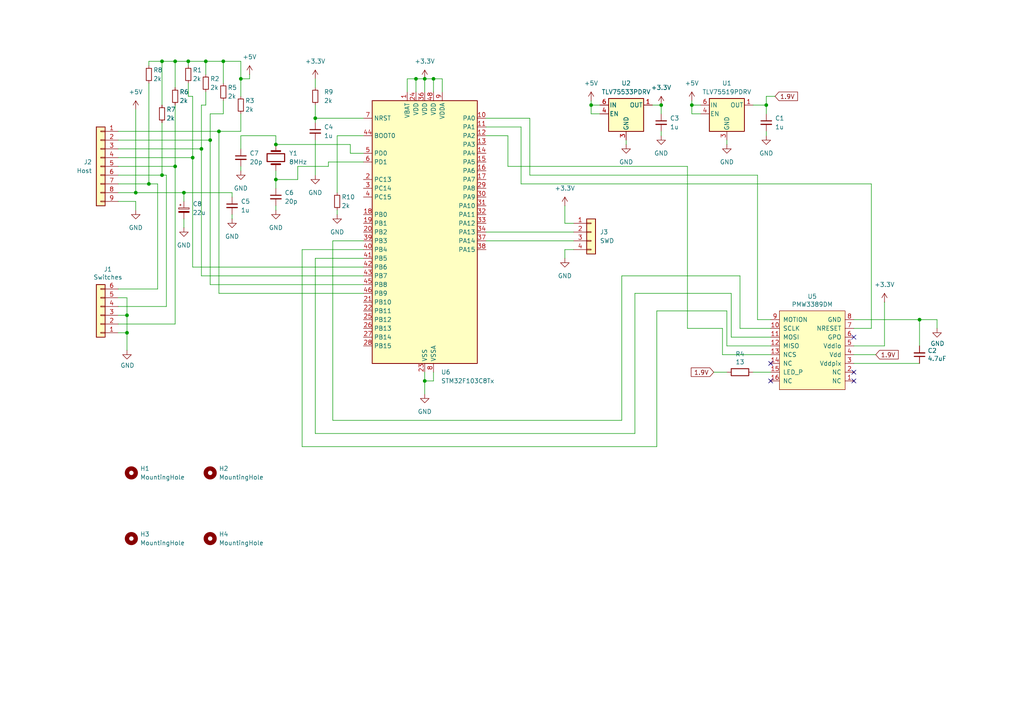
<source format=kicad_sch>
(kicad_sch (version 20231120) (generator "eeschema") (generator_version "8.0")
  (paper "A4")
  (title_block (title "Unix Mouse") (rev "0.2") (comment 1 "MISO/MOSI lines fixed"))
  (lib_symbols
    (symbol "Connector_Generic:Conn_01x04" (pin_names (offset 1.016) hide)
      (property "Reference" "J" (at 0 5.08 0))
      (property "Value" "Conn_01x04" (at 0 -7.62 0))
      (symbol "Conn_01x04_1_1"
        (rectangle (start -1.27 -4.953) (end 0 -5.207) (stroke (width 0.1524)))
        (rectangle (start -1.27 -2.413) (end 0 -2.667) (stroke (width 0.1524)))
        (rectangle (start -1.27 0.127) (end 0 -0.127) (stroke (width 0.1524)))
        (rectangle (start -1.27 2.667) (end 0 2.413) (stroke (width 0.1524)))
        (rectangle (start -1.27 3.81) (end 1.27 -6.35) (stroke (width 0.254)) (fill (type background)))
        (pin passive line (at -5.08 2.54 0) (length 3.81) (name "Pin_1") (number "1"))
        (pin passive line (at -5.08 0 0) (length 3.81) (name "Pin_2") (number "2"))
        (pin passive line (at -5.08 -2.54 0) (length 3.81) (name "Pin_3") (number "3"))
        (pin passive line (at -5.08 -5.08 0) (length 3.81) (name "Pin_4") (number "4"))
      )
    )
    (symbol "Connector_Generic:Conn_01x06" (pin_names (offset 1.016) hide)
      (property "Reference" "J" (at 0 7.62 0))
      (property "Value" "Conn_01x06" (at 0 -10.16 0))
      (symbol "Conn_01x06_1_1"
        (rectangle (start -1.27 -7.493) (end 0 -7.747) (stroke (width 0.1524)))
        (rectangle (start -1.27 -4.953) (end 0 -5.207) (stroke (width 0.1524)))
        (rectangle (start -1.27 -2.413) (end 0 -2.667) (stroke (width 0.1524)))
        (rectangle (start -1.27 0.127) (end 0 -0.127) (stroke (width 0.1524)))
        (rectangle (start -1.27 2.667) (end 0 2.413) (stroke (width 0.1524)))
        (rectangle (start -1.27 5.207) (end 0 4.953) (stroke (width 0.1524)))
        (rectangle (start -1.27 6.35) (end 1.27 -8.89) (stroke (width 0.254)) (fill (type background)))
        (pin passive line (at -5.08 5.08 0) (length 3.81) (name "Pin_1") (number "1"))
        (pin passive line (at -5.08 2.54 0) (length 3.81) (name "Pin_2") (number "2"))
        (pin passive line (at -5.08 0 0) (length 3.81) (name "Pin_3") (number "3"))
        (pin passive line (at -5.08 -2.54 0) (length 3.81) (name "Pin_4") (number "4"))
        (pin passive line (at -5.08 -5.08 0) (length 3.81) (name "Pin_5") (number "5"))
        (pin passive line (at -5.08 -7.62 0) (length 3.81) (name "Pin_6") (number "6"))
      )
    )
    (symbol "Connector_Generic:Conn_01x09" (pin_names (offset 1.016) hide)
      (property "Reference" "J" (at 0 12.7 0))
      (property "Value" "Conn_01x09" (at 0 -12.7 0))
      (symbol "Conn_01x09_1_1"
        (rectangle (start -1.27 -10.033) (end 0 -10.287) (stroke (width 0.1524)))
        (rectangle (start -1.27 -7.493) (end 0 -7.747) (stroke (width 0.1524)))
        (rectangle (start -1.27 -4.953) (end 0 -5.207) (stroke (width 0.1524)))
        (rectangle (start -1.27 -2.413) (end 0 -2.667) (stroke (width 0.1524)))
        (rectangle (start -1.27 0.127) (end 0 -0.127) (stroke (width 0.1524)))
        (rectangle (start -1.27 2.667) (end 0 2.413) (stroke (width 0.1524)))
        (rectangle (start -1.27 5.207) (end 0 4.953) (stroke (width 0.1524)))
        (rectangle (start -1.27 7.747) (end 0 7.493) (stroke (width 0.1524)))
        (rectangle (start -1.27 10.287) (end 0 10.033) (stroke (width 0.1524)))
        (rectangle (start -1.27 11.43) (end 1.27 -11.43) (stroke (width 0.254)) (fill (type background)))
        (pin passive line (at -5.08 10.16 0) (length 3.81) (name "Pin_1") (number "1"))
        (pin passive line (at -5.08 7.62 0) (length 3.81) (name "Pin_2") (number "2"))
        (pin passive line (at -5.08 5.08 0) (length 3.81) (name "Pin_3") (number "3"))
        (pin passive line (at -5.08 2.54 0) (length 3.81) (name "Pin_4") (number "4"))
        (pin passive line (at -5.08 0 0) (length 3.81) (name "Pin_5") (number "5"))
        (pin passive line (at -5.08 -2.54 0) (length 3.81) (name "Pin_6") (number "6"))
        (pin passive line (at -5.08 -5.08 0) (length 3.81) (name "Pin_7") (number "7"))
        (pin passive line (at -5.08 -7.62 0) (length 3.81) (name "Pin_8") (number "8"))
        (pin passive line (at -5.08 -10.16 0) (length 3.81) (name "Pin_9") (number "9"))
      )
    )
    (symbol "Custom_Symbol_Library:PMW3389DM" (pin_names (offset 1.016))
      (property "Reference" "U" (at -5.08 0 0))
      (property "Value" "PMW3389DM" (at -1.27 -2.54 0))
      (symbol "PMW3389DM_0_1"
        (rectangle (start -7.62 -3.81) (end 11.43 -26.67) (fill (type background)))
      )
      (symbol "PMW3389DM_1_1"
        (pin no_connect line (at -10.16 -6.35 0) (length 2.54) (name "NC") (number "1"))
        (pin input line (at 13.97 -21.59 180) (length 2.54) (name "SCLK") (number "10"))
        (pin input line (at 13.97 -19.05 180) (length 2.54) (name "MOSI") (number "11"))
        (pin output line (at 13.97 -16.51 180) (length 2.54) (name "MISO") (number "12"))
        (pin input line (at 13.97 -13.97 180) (length 2.54) (name "NCS") (number "13"))
        (pin no_connect line (at 13.97 -11.43 180) (length 2.54) (name "NC") (number "14"))
        (pin input line (at 13.97 -8.89 180) (length 2.54) (name "LED_P") (number "15"))
        (pin no_connect line (at 13.97 -6.35 180) (length 2.54) (name "NC") (number "16"))
        (pin no_connect line (at -10.16 -8.89 0) (length 2.54) (name "NC") (number "2"))
        (pin power_in line (at -10.16 -11.43 0) (length 2.54) (name "Vddpix") (number "3"))
        (pin power_in line (at -10.16 -13.97 0) (length 2.54) (name "Vdd") (number "4"))
        (pin power_in line (at -10.16 -16.51 0) (length 2.54) (name "Vddio") (number "5"))
        (pin output line (at -10.16 -19.05 0) (length 2.54) (name "GPO") (number "6"))
        (pin input line (at -10.16 -21.59 0) (length 2.54) (name "NRESET") (number "7"))
        (pin input line (at -10.16 -24.13 0) (length 2.54) (name "GND") (number "8"))
        (pin output line (at 13.97 -24.13 180) (length 2.54) (name "MOTION") (number "9"))
      )
    )
    (symbol "Device:C_Polarized_Small" (pin_numbers hide) (pin_names (offset 0.254) hide)
      (property "Reference" "C" (at 0.254 1.778 0))
      (property "Value" "C_Polarized_Small" (at 0.254 -2.032 0))
      (symbol "C_Polarized_Small_0_1"
        (rectangle (start -1.524 -0.3048) (end 1.524 -0.6858) (fill (type outline)))
        (rectangle (start -1.524 0.6858) (end 1.524 0.3048))
        (polyline (pts (xy -1.27 1.524) (xy -0.762 1.524)))
        (polyline (pts (xy -1.016 1.27) (xy -1.016 1.778)))
      )
      (symbol "C_Polarized_Small_1_1"
        (pin passive line (at 0 2.54 270) (length 1.8542) (name "~") (number "1"))
        (pin passive line (at 0 -2.54 90) (length 1.8542) (name "~") (number "2"))
      )
    )
    (symbol "Device:C_Small" (pin_numbers hide) (pin_names (offset 0.254) hide)
      (property "Reference" "C" (at 0.254 1.778 0))
      (property "Value" "C_Small" (at 0.254 -2.032 0))
      (symbol "C_Small_0_1"
        (polyline (pts (xy -1.524 -0.508) (xy 1.524 -0.508)) (stroke (width 0.3302)))
        (polyline (pts (xy -1.524 0.508) (xy 1.524 0.508)) (stroke (width 0.3048)))
      )
      (symbol "C_Small_1_1"
        (pin passive line (at 0 2.54 270) (length 2.032) (name "~") (number "1"))
        (pin passive line (at 0 -2.54 90) (length 2.032) (name "~") (number "2"))
      )
    )
    (symbol "Device:Crystal" (pin_numbers hide) (pin_names (offset 1.016) hide)
      (property "Reference" "Y" (at 0 3.81 0))
      (property "Value" "Crystal" (at 0 -3.81 0))
      (symbol "Crystal_0_1"
        (rectangle (start -1.143 2.54) (end 1.143 -2.54) (stroke (width 0.3048)))
        (polyline (pts (xy -2.54 0) (xy -1.905 0)))
        (polyline (pts (xy -1.905 -1.27) (xy -1.905 1.27)) (stroke (width 0.508)))
        (polyline (pts (xy 1.905 -1.27) (xy 1.905 1.27)) (stroke (width 0.508)))
        (polyline (pts (xy 2.54 0) (xy 1.905 0)))
      )
      (symbol "Crystal_1_1"
        (pin passive line (at -3.81 0 0) (length 1.27) (name "1") (number "1"))
        (pin passive line (at 3.81 0 180) (length 1.27) (name "2") (number "2"))
      )
    )
    (symbol "Device:R" (pin_numbers hide) (pin_names (offset 0))
      (property "Reference" "R" (at 2.032 0 90))
      (property "Value" "R" (at 0 0 90))
      (symbol "R_0_1"
        (rectangle (start -1.016 -2.54) (end 1.016 2.54) (stroke (width 0.254)))
      )
      (symbol "R_1_1"
        (pin passive line (at 0 3.81 270) (length 1.27) (name "~") (number "1"))
        (pin passive line (at 0 -3.81 90) (length 1.27) (name "~") (number "2"))
      )
    )
    (symbol "Device:R_Small" (pin_numbers hide) (pin_names (offset 0.254) hide)
      (property "Reference" "R" (at 0.762 0.508 0))
      (property "Value" "R_Small" (at 0.762 -1.016 0))
      (symbol "R_Small_0_1"
        (rectangle (start -0.762 1.778) (end 0.762 -1.778) (stroke (width 0.2032)))
      )
      (symbol "R_Small_1_1"
        (pin passive line (at 0 2.54 270) (length 0.762) (name "~") (number "1"))
        (pin passive line (at 0 -2.54 90) (length 0.762) (name "~") (number "2"))
      )
    )
    (symbol "MCU_ST_STM32F1:STM32F103C8Tx"
      (property "Reference" "U" (at -15.24 39.37 0))
      (property "Value" "STM32F103C8Tx" (at 7.62 39.37 0))
      (symbol "STM32F103C8Tx_0_1"
        (rectangle (start -15.24 -38.1) (end 15.24 38.1) (stroke (width 0.254)) (fill (type background)))
      )
      (symbol "STM32F103C8Tx_1_1"
        (pin power_in line (at -5.08 40.64 270) (length 2.54) (name "VBAT") (number "1"))
        (pin bidirectional line (at 17.78 33.02 180) (length 2.54) (name "PA0") (number "10"))
        (pin bidirectional line (at 17.78 30.48 180) (length 2.54) (name "PA1") (number "11"))
        (pin bidirectional line (at 17.78 27.94 180) (length 2.54) (name "PA2") (number "12"))
        (pin bidirectional line (at 17.78 25.4 180) (length 2.54) (name "PA3") (number "13"))
        (pin bidirectional line (at 17.78 22.86 180) (length 2.54) (name "PA4") (number "14"))
        (pin bidirectional line (at 17.78 20.32 180) (length 2.54) (name "PA5") (number "15"))
        (pin bidirectional line (at 17.78 17.78 180) (length 2.54) (name "PA6") (number "16"))
        (pin bidirectional line (at 17.78 15.24 180) (length 2.54) (name "PA7") (number "17"))
        (pin bidirectional line (at -17.78 5.08 0) (length 2.54) (name "PB0") (number "18"))
        (pin bidirectional line (at -17.78 2.54 0) (length 2.54) (name "PB1") (number "19"))
        (pin bidirectional line (at -17.78 15.24 0) (length 2.54) (name "PC13") (number "2"))
        (pin bidirectional line (at -17.78 0 0) (length 2.54) (name "PB2") (number "20"))
        (pin bidirectional line (at -17.78 -20.32 0) (length 2.54) (name "PB10") (number "21"))
        (pin bidirectional line (at -17.78 -22.86 0) (length 2.54) (name "PB11") (number "22"))
        (pin power_in line (at 0 -40.64 90) (length 2.54) (name "VSS") (number "23"))
        (pin power_in line (at -2.54 40.64 270) (length 2.54) (name "VDD") (number "24"))
        (pin bidirectional line (at -17.78 -25.4 0) (length 2.54) (name "PB12") (number "25"))
        (pin bidirectional line (at -17.78 -27.94 0) (length 2.54) (name "PB13") (number "26"))
        (pin bidirectional line (at -17.78 -30.48 0) (length 2.54) (name "PB14") (number "27"))
        (pin bidirectional line (at -17.78 -33.02 0) (length 2.54) (name "PB15") (number "28"))
        (pin bidirectional line (at 17.78 12.7 180) (length 2.54) (name "PA8") (number "29"))
        (pin bidirectional line (at -17.78 12.7 0) (length 2.54) (name "PC14") (number "3"))
        (pin bidirectional line (at 17.78 10.16 180) (length 2.54) (name "PA9") (number "30"))
        (pin bidirectional line (at 17.78 7.62 180) (length 2.54) (name "PA10") (number "31"))
        (pin bidirectional line (at 17.78 5.08 180) (length 2.54) (name "PA11") (number "32"))
        (pin bidirectional line (at 17.78 2.54 180) (length 2.54) (name "PA12") (number "33"))
        (pin bidirectional line (at 17.78 0 180) (length 2.54) (name "PA13") (number "34"))
        (pin passive line (at 0 -40.64 90) (length 2.54) hide (name "VSS") (number "35"))
        (pin power_in line (at 0 40.64 270) (length 2.54) (name "VDD") (number "36"))
        (pin bidirectional line (at 17.78 -2.54 180) (length 2.54) (name "PA14") (number "37"))
        (pin bidirectional line (at 17.78 -5.08 180) (length 2.54) (name "PA15") (number "38"))
        (pin bidirectional line (at -17.78 -2.54 0) (length 2.54) (name "PB3") (number "39"))
        (pin bidirectional line (at -17.78 10.16 0) (length 2.54) (name "PC15") (number "4"))
        (pin bidirectional line (at -17.78 -5.08 0) (length 2.54) (name "PB4") (number "40"))
        (pin bidirectional line (at -17.78 -7.62 0) (length 2.54) (name "PB5") (number "41"))
        (pin bidirectional line (at -17.78 -10.16 0) (length 2.54) (name "PB6") (number "42"))
        (pin bidirectional line (at -17.78 -12.7 0) (length 2.54) (name "PB7") (number "43"))
        (pin input line (at -17.78 27.94 0) (length 2.54) (name "BOOT0") (number "44"))
        (pin bidirectional line (at -17.78 -15.24 0) (length 2.54) (name "PB8") (number "45"))
        (pin bidirectional line (at -17.78 -17.78 0) (length 2.54) (name "PB9") (number "46"))
        (pin passive line (at 0 -40.64 90) (length 2.54) hide (name "VSS") (number "47"))
        (pin power_in line (at 2.54 40.64 270) (length 2.54) (name "VDD") (number "48"))
        (pin bidirectional line (at -17.78 22.86 0) (length 2.54) (name "PD0") (number "5"))
        (pin bidirectional line (at -17.78 20.32 0) (length 2.54) (name "PD1") (number "6"))
        (pin input line (at -17.78 33.02 0) (length 2.54) (name "NRST") (number "7"))
        (pin power_in line (at 2.54 -40.64 90) (length 2.54) (name "VSSA") (number "8"))
        (pin power_in line (at 5.08 40.64 270) (length 2.54) (name "VDDA") (number "9"))
      )
    )
    (symbol "Mechanical:MountingHole" (pin_names (offset 1.016)) (exclude_from_sim yes) (in_bom no)
      (property "Reference" "H" (at 0 5.08 0))
      (property "Value" "MountingHole" (at 0 3.175 0))
      (symbol "MountingHole_0_1"
        (circle (center 0 0) (radius 1.27) (stroke (width 1.27)))
      )
    )
    (symbol "Regulator_Linear:TLV75519PDRV" (pin_names (offset 0.254))
      (property "Reference" "U" (at -3.81 5.715 0))
      (property "Value" "TLV75519PDRV" (at 0 5.715 0))
      (symbol "TLV75519PDRV_0_1"
        (rectangle (start -5.08 4.445) (end 5.08 -5.08) (stroke (width 0.254)) (fill (type background)))
      )
      (symbol "TLV75519PDRV_1_1"
        (pin power_out line (at 7.62 2.54 180) (length 2.54) (name "OUT") (number "1"))
        (pin no_connect line (at 5.08 0 180) (length 2.54) hide (name "NC") (number "2"))
        (pin power_in line (at 0 -7.62 90) (length 2.54) (name "GND") (number "3"))
        (pin input line (at -7.62 0 0) (length 2.54) (name "EN") (number "4"))
        (pin no_connect line (at 5.08 -2.54 180) (length 2.54) hide (name "NC") (number "5"))
        (pin power_in line (at -7.62 2.54 0) (length 2.54) (name "IN") (number "6"))
        (pin passive line (at 0 -7.62 90) (length 2.54) hide (name "GND") (number "7"))
      )
    )
    (symbol "Regulator_Linear:TLV75533PDRV" (pin_names (offset 0.254))
      (property "Reference" "U" (at -3.81 5.715 0))
      (property "Value" "TLV75533PDRV" (at 0 5.715 0))
      (symbol "TLV75533PDRV_0_1"
        (rectangle (start -5.08 4.445) (end 5.08 -5.08) (stroke (width 0.254)) (fill (type background)))
      )
      (symbol "TLV75533PDRV_1_1"
        (pin power_out line (at 7.62 2.54 180) (length 2.54) (name "OUT") (number "1"))
        (pin no_connect line (at 5.08 0 180) (length 2.54) hide (name "NC") (number "2"))
        (pin power_in line (at 0 -7.62 90) (length 2.54) (name "GND") (number "3"))
        (pin input line (at -7.62 0 0) (length 2.54) (name "EN") (number "4"))
        (pin no_connect line (at 5.08 -2.54 180) (length 2.54) hide (name "NC") (number "5"))
        (pin power_in line (at -7.62 2.54 0) (length 2.54) (name "IN") (number "6"))
        (pin passive line (at 0 -7.62 90) (length 2.54) hide (name "GND") (number "7"))
      )
    )
    (symbol "depraz_board-rescue:GND-power" (power) (pin_names (offset 0))
      (property "Value" "power_GND" (at 0 -3.81 0))
      (symbol "GND-power_0_1"
        (polyline (pts (xy 0 0) (xy 0 -1.27) (xy 1.27 -1.27) (xy 0 -2.54) (xy -1.27 -1.27) (xy 0 -1.27)))
      )
      (symbol "GND-power_1_1"
        (pin power_in line (at 0 0 270) (length 0) hide (name "GND") (number "1"))
      )
    )
    (symbol "power:+3.3V" (power) (pin_numbers hide) (pin_names (offset 0) hide)
      (property "Value" "+3.3V" (at 0 3.556 0))
      (symbol "+3.3V_0_1"
        (polyline (pts (xy -0.762 1.27) (xy 0 2.54)))
        (polyline (pts (xy 0 0) (xy 0 2.54)))
        (polyline (pts (xy 0 2.54) (xy 0.762 1.27)))
      )
      (symbol "+3.3V_1_1"
        (pin power_in line (at 0 0 90) (length 0) (name "~") (number "1"))
      )
    )
    (symbol "power:+5V" (power) (pin_numbers hide) (pin_names (offset 0) hide)
      (property "Value" "+5V" (at 0 3.556 0))
      (symbol "+5V_0_1"
        (polyline (pts (xy -0.762 1.27) (xy 0 2.54)))
        (polyline (pts (xy 0 0) (xy 0 2.54)))
        (polyline (pts (xy 0 2.54) (xy 0.762 1.27)))
      )
      (symbol "+5V_1_1"
        (pin power_in line (at 0 0 90) (length 0) (name "~") (number "1"))
      )
    )
    (symbol "power:GND" (power) (pin_numbers hide) (pin_names (offset 0) hide)
      (property "Value" "GND" (at 0 -3.81 0))
      (symbol "GND_0_1"
        (polyline (pts (xy 0 0) (xy 0 -1.27) (xy 1.27 -1.27) (xy 0 -2.54) (xy -1.27 -1.27) (xy 0 -1.27)))
      )
      (symbol "GND_1_1"
        (pin power_in line (at 0 0 270) (length 0) (name "~") (number "1"))
      )
    )
  )
  (junction (at 200.66 30.48))
  (junction (at 123.19 110.49))
  (junction (at 54.61 17.78))
  (junction (at 46.99 50.8))
  (junction (at 91.44 34.29))
  (junction (at 60.96 40.64))
  (junction (at 80.01 52.07))
  (junction (at 36.83 96.52))
  (junction (at 80.01 41.91))
  (junction (at 53.34 55.88))
  (junction (at 222.25 30.48))
  (junction (at 39.37 55.88))
  (junction (at 43.18 53.34))
  (junction (at 46.99 17.78))
  (junction (at 50.8 17.78))
  (junction (at 64.77 17.78))
  (junction (at 58.42 43.18))
  (junction (at 63.5 38.1))
  (junction (at 69.85 22.86))
  (junction (at 55.88 45.72))
  (junction (at 36.83 91.44))
  (junction (at 171.45 30.48))
  (junction (at 120.65 22.86))
  (junction (at 123.19 22.86))
  (junction (at 191.77 30.48))
  (junction (at 50.8 48.26))
  (junction (at 59.69 17.78))
  (junction (at 266.7 92.71))
  (junction (at 125.73 22.86))
  (no_connect (at 247.65 107.95))
  (no_connect (at 223.52 105.41))
  (no_connect (at 223.52 110.49))
  (no_connect (at 247.65 110.49))
  (no_connect (at 247.65 97.79))
  (wire (pts (xy 166.37 64.77) (xy 163.83 64.77)))
  (wire (pts (xy 67.31 62.23) (xy 67.31 63.5)))
  (wire (pts (xy 46.99 17.78) (xy 50.8 17.78)))
  (wire (pts (xy 163.83 74.93) (xy 163.83 72.39)))
  (wire (pts (xy 180.34 80.01) (xy 214.63 80.01)))
  (wire (pts (xy 63.5 38.1) (xy 69.85 38.1)))
  (wire (pts (xy 91.44 40.64) (xy 91.44 50.8)))
  (wire (pts (xy 34.29 86.36) (xy 36.83 86.36)))
  (wire (pts (xy 123.19 110.49) (xy 123.19 114.3)))
  (wire (pts (xy 63.5 38.1) (xy 34.29 38.1)))
  (wire (pts (xy 55.88 45.72) (xy 34.29 45.72)))
  (wire (pts (xy 87.63 72.39) (xy 87.63 129.54)))
  (wire (pts (xy 36.83 96.52) (xy 34.29 96.52)))
  (wire (pts (xy 80.01 52.07) (xy 80.01 54.61)))
  (wire (pts (xy 123.19 22.86) (xy 123.19 26.67)))
  (wire (pts (xy 147.32 39.37) (xy 140.97 39.37)))
  (wire (pts (xy 123.19 22.86) (xy 125.73 22.86)))
  (wire (pts (xy 59.69 30.48) (xy 59.69 26.67)))
  (wire (pts (xy 252.73 95.25) (xy 247.65 95.25)))
  (wire (pts (xy 97.79 60.96) (xy 97.79 62.23)))
  (wire (pts (xy 105.41 69.85) (xy 96.52 69.85)))
  (wire (pts (xy 34.29 58.42) (xy 39.37 58.42)))
  (wire (pts (xy 55.88 77.47) (xy 55.88 45.72)))
  (wire (pts (xy 207.01 107.95) (xy 210.82 107.95)))
  (wire (pts (xy 123.19 107.95) (xy 123.19 110.49)))
  (wire (pts (xy 69.85 48.26) (xy 69.85 49.53)))
  (wire (pts (xy 69.85 38.1) (xy 69.85 33.02)))
  (wire (pts (xy 222.25 30.48) (xy 222.25 27.94)))
  (wire (pts (xy 46.99 50.8) (xy 34.29 50.8)))
  (wire (pts (xy 86.36 48.26) (xy 95.25 48.26)))
  (wire (pts (xy 118.11 26.67) (xy 118.11 22.86)))
  (wire (pts (xy 223.52 107.95) (xy 218.44 107.95)))
  (wire (pts (xy 95.25 46.99) (xy 105.41 46.99)))
  (wire (pts (xy 36.83 91.44) (xy 34.29 91.44)))
  (wire (pts (xy 58.42 30.48) (xy 59.69 30.48)))
  (wire (pts (xy 80.01 39.37) (xy 80.01 41.91)))
  (wire (pts (xy 209.55 102.87) (xy 223.52 102.87)))
  (wire (pts (xy 72.39 22.86) (xy 72.39 21.59)))
  (wire (pts (xy 69.85 22.86) (xy 72.39 22.86)))
  (wire (pts (xy 200.66 33.02) (xy 200.66 30.48)))
  (wire (pts (xy 50.8 48.26) (xy 50.8 93.98)))
  (wire (pts (xy 125.73 22.86) (xy 128.27 22.86)))
  (wire (pts (xy 247.65 100.33) (xy 256.54 100.33)))
  (wire (pts (xy 53.34 55.88) (xy 39.37 55.88)))
  (wire (pts (xy 34.29 88.9) (xy 48.26 88.9)))
  (wire (pts (xy 58.42 43.18) (xy 34.29 43.18)))
  (wire (pts (xy 189.23 30.48) (xy 191.77 30.48)))
  (wire (pts (xy 200.66 30.48) (xy 203.2 30.48)))
  (wire (pts (xy 64.77 33.02) (xy 64.77 29.21)))
  (wire (pts (xy 147.32 48.26) (xy 147.32 39.37)))
  (wire (pts (xy 46.99 17.78) (xy 43.18 17.78)))
  (wire (pts (xy 54.61 17.78) (xy 59.69 17.78)))
  (wire (pts (xy 39.37 55.88) (xy 39.37 31.75)))
  (wire (pts (xy 120.65 22.86) (xy 123.19 22.86)))
  (wire (pts (xy 45.72 53.34) (xy 43.18 53.34)))
  (wire (pts (xy 96.52 69.85) (xy 96.52 121.92)))
  (wire (pts (xy 128.27 22.86) (xy 128.27 26.67)))
  (wire (pts (xy 151.13 36.83) (xy 140.97 36.83)))
  (wire (pts (xy 48.26 50.8) (xy 48.26 88.9)))
  (wire (pts (xy 199.39 95.25) (xy 209.55 95.25)))
  (wire (pts (xy 36.83 101.6) (xy 36.83 96.52)))
  (wire (pts (xy 50.8 17.78) (xy 50.8 25.4)))
  (wire (pts (xy 252.73 53.34) (xy 252.73 95.25)))
  (wire (pts (xy 69.85 39.37) (xy 80.01 39.37)))
  (wire (pts (xy 59.69 17.78) (xy 59.69 21.59)))
  (wire (pts (xy 60.96 82.55) (xy 60.96 40.64)))
  (wire (pts (xy 43.18 24.13) (xy 43.18 53.34)))
  (wire (pts (xy 36.83 86.36) (xy 36.83 91.44)))
  (wire (pts (xy 123.19 110.49) (xy 125.73 110.49)))
  (wire (pts (xy 63.5 85.09) (xy 63.5 38.1)))
  (wire (pts (xy 203.2 33.02) (xy 200.66 33.02)))
  (wire (pts (xy 58.42 43.18) (xy 58.42 30.48)))
  (wire (pts (xy 60.96 40.64) (xy 34.29 40.64)))
  (wire (pts (xy 80.01 41.91) (xy 101.6 41.91)))
  (wire (pts (xy 191.77 38.1) (xy 191.77 39.37)))
  (wire (pts (xy 171.45 33.02) (xy 171.45 30.48)))
  (wire (pts (xy 91.44 34.29) (xy 91.44 35.56)))
  (wire (pts (xy 210.82 100.33) (xy 223.52 100.33)))
  (wire (pts (xy 91.44 74.93) (xy 105.41 74.93)))
  (wire (pts (xy 209.55 95.25) (xy 209.55 102.87)))
  (wire (pts (xy 190.5 129.54) (xy 190.5 90.17)))
  (wire (pts (xy 101.6 41.91) (xy 101.6 44.45)))
  (wire (pts (xy 153.67 34.29) (xy 140.97 34.29)))
  (wire (pts (xy 163.83 64.77) (xy 163.83 59.69)))
  (wire (pts (xy 67.31 57.15) (xy 67.31 55.88)))
  (wire (pts (xy 105.41 77.47) (xy 55.88 77.47)))
  (wire (pts (xy 101.6 44.45) (xy 105.41 44.45)))
  (wire (pts (xy 69.85 22.86) (xy 69.85 27.94)))
  (wire (pts (xy 91.44 30.48) (xy 91.44 34.29)))
  (wire (pts (xy 80.01 52.07) (xy 86.36 52.07)))
  (wire (pts (xy 212.09 97.79) (xy 223.52 97.79)))
  (wire (pts (xy 266.7 105.41) (xy 247.65 105.41)))
  (wire (pts (xy 125.73 110.49) (xy 125.73 107.95)))
  (wire (pts (xy 184.15 85.09) (xy 184.15 125.73)))
  (wire (pts (xy 223.52 92.71) (xy 219.71 92.71)))
  (wire (pts (xy 53.34 63.5) (xy 53.34 66.04)))
  (wire (pts (xy 48.26 50.8) (xy 46.99 50.8)))
  (wire (pts (xy 105.41 85.09) (xy 63.5 85.09)))
  (wire (pts (xy 271.78 92.71) (xy 266.7 92.71)))
  (wire (pts (xy 163.83 72.39) (xy 166.37 72.39)))
  (wire (pts (xy 200.66 29.21) (xy 200.66 30.48)))
  (wire (pts (xy 91.44 125.73) (xy 91.44 74.93)))
  (wire (pts (xy 64.77 17.78) (xy 64.77 24.13)))
  (wire (pts (xy 64.77 17.78) (xy 69.85 17.78)))
  (wire (pts (xy 69.85 17.78) (xy 69.85 22.86)))
  (wire (pts (xy 97.79 39.37) (xy 105.41 39.37)))
  (wire (pts (xy 151.13 53.34) (xy 252.73 53.34)))
  (wire (pts (xy 212.09 97.79) (xy 212.09 85.09)))
  (wire (pts (xy 247.65 102.87) (xy 254 102.87)))
  (wire (pts (xy 218.44 30.48) (xy 222.25 30.48)))
  (wire (pts (xy 247.65 92.71) (xy 266.7 92.71)))
  (wire (pts (xy 45.72 53.34) (xy 45.72 83.82)))
  (wire (pts (xy 54.61 17.78) (xy 54.61 19.05)))
  (wire (pts (xy 43.18 53.34) (xy 34.29 53.34)))
  (wire (pts (xy 210.82 40.64) (xy 210.82 41.91)))
  (wire (pts (xy 39.37 58.42) (xy 39.37 60.96)))
  (wire (pts (xy 36.83 91.44) (xy 36.83 96.52)))
  (wire (pts (xy 60.96 40.64) (xy 60.96 33.02)))
  (wire (pts (xy 43.18 17.78) (xy 43.18 19.05)))
  (wire (pts (xy 222.25 30.48) (xy 222.25 33.02)))
  (wire (pts (xy 50.8 48.26) (xy 34.29 48.26)))
  (wire (pts (xy 190.5 90.17) (xy 210.82 90.17)))
  (wire (pts (xy 191.77 30.48) (xy 191.77 33.02)))
  (wire (pts (xy 153.67 50.8) (xy 153.67 34.29)))
  (wire (pts (xy 118.11 22.86) (xy 120.65 22.86)))
  (wire (pts (xy 97.79 55.88) (xy 97.79 39.37)))
  (wire (pts (xy 181.61 40.64) (xy 181.61 41.91)))
  (wire (pts (xy 87.63 129.54) (xy 190.5 129.54)))
  (wire (pts (xy 91.44 22.86) (xy 91.44 25.4)))
  (wire (pts (xy 54.61 27.94) (xy 54.61 24.13)))
  (wire (pts (xy 140.97 69.85) (xy 166.37 69.85)))
  (wire (pts (xy 55.88 27.94) (xy 54.61 27.94)))
  (wire (pts (xy 46.99 30.48) (xy 46.99 17.78)))
  (wire (pts (xy 214.63 95.25) (xy 223.52 95.25)))
  (wire (pts (xy 222.25 38.1) (xy 222.25 39.37)))
  (wire (pts (xy 219.71 50.8) (xy 153.67 50.8)))
  (wire (pts (xy 58.42 80.01) (xy 58.42 43.18)))
  (wire (pts (xy 53.34 55.88) (xy 53.34 58.42)))
  (wire (pts (xy 80.01 49.53) (xy 80.01 52.07)))
  (wire (pts (xy 45.72 83.82) (xy 34.29 83.82)))
  (wire (pts (xy 184.15 85.09) (xy 212.09 85.09)))
  (wire (pts (xy 171.45 29.21) (xy 171.45 30.48)))
  (wire (pts (xy 120.65 22.86) (xy 120.65 26.67)))
  (wire (pts (xy 55.88 45.72) (xy 55.88 27.94)))
  (wire (pts (xy 95.25 48.26) (xy 95.25 46.99)))
  (wire (pts (xy 271.78 95.25) (xy 271.78 92.71)))
  (wire (pts (xy 180.34 121.92) (xy 180.34 80.01)))
  (wire (pts (xy 256.54 100.33) (xy 256.54 87.63)))
  (wire (pts (xy 50.8 17.78) (xy 54.61 17.78)))
  (wire (pts (xy 46.99 35.56) (xy 46.99 50.8)))
  (wire (pts (xy 67.31 55.88) (xy 53.34 55.88)))
  (wire (pts (xy 214.63 80.01) (xy 214.63 95.25)))
  (wire (pts (xy 91.44 34.29) (xy 105.41 34.29)))
  (wire (pts (xy 105.41 82.55) (xy 60.96 82.55)))
  (wire (pts (xy 34.29 93.98) (xy 50.8 93.98)))
  (wire (pts (xy 151.13 53.34) (xy 151.13 36.83)))
  (wire (pts (xy 96.52 121.92) (xy 180.34 121.92)))
  (wire (pts (xy 125.73 22.86) (xy 125.73 26.67)))
  (wire (pts (xy 60.96 33.02) (xy 64.77 33.02)))
  (wire (pts (xy 80.01 59.69) (xy 80.01 60.96)))
  (wire (pts (xy 222.25 27.94) (xy 224.79 27.94)))
  (wire (pts (xy 266.7 92.71) (xy 266.7 100.33)))
  (wire (pts (xy 219.71 92.71) (xy 219.71 50.8)))
  (wire (pts (xy 199.39 95.25) (xy 199.39 48.26)))
  (wire (pts (xy 210.82 90.17) (xy 210.82 100.33)))
  (wire (pts (xy 105.41 80.01) (xy 58.42 80.01)))
  (wire (pts (xy 34.29 55.88) (xy 39.37 55.88)))
  (wire (pts (xy 105.41 72.39) (xy 87.63 72.39)))
  (wire (pts (xy 140.97 67.31) (xy 166.37 67.31)))
  (wire (pts (xy 69.85 43.18) (xy 69.85 39.37)))
  (wire (pts (xy 86.36 52.07) (xy 86.36 48.26)))
  (wire (pts (xy 199.39 48.26) (xy 147.32 48.26)))
  (wire (pts (xy 173.99 33.02) (xy 171.45 33.02)))
  (wire (pts (xy 184.15 125.73) (xy 91.44 125.73)))
  (wire (pts (xy 50.8 30.48) (xy 50.8 48.26)))
  (wire (pts (xy 59.69 17.78) (xy 64.77 17.78)))
  (wire (pts (xy 171.45 30.48) (xy 173.99 30.48)))
  (global_label "1.9V" (shape input) (at 224.79 27.94 0) (property "Intersheetrefs" "${INTERSHEET_REFS}" (effects (hide yes))))
  (global_label "1.9V" (shape input) (at 207.01 107.95 180) (property "Intersheetrefs" "${INTERSHEET_REFS}" (effects (hide yes))))
  (global_label "1.9V" (shape input) (at 254 102.87 0) (property "Intersheetrefs" "${INTERSHEET_REFS}" (effects (hide yes))))
  (symbol (lib_id "Custom_Symbol_Library:PMW3389DM") (at 237.49 116.84 180) (unit 1)
    (property "Reference" "U5" (at 235.585 85.979 0))
    (property "Value" "PMW3389DM" (at 235.585 88.2904 0))
    (property "Footprint" "depraz_board:pmw3389" (effects (hide yes)))
  )
  (symbol (lib_id "Device:C_Small") (at 266.7 102.87 180) (unit 1)
    (property "Reference" "C2" (at 269.0368 101.7016 0) (effects (justify right)))
    (property "Value" "4.7uF" (at 269.0368 104.013 0) (effects (justify right)))
    (property "Footprint" "Capacitor_SMD:C_0805_2012Metric" (effects (hide yes)))
    (property "LCSC" "C1779" (effects (hide yes)))
  )
  (symbol (lib_id "Device:R") (at 214.63 107.95 90) (unit 1)
    (property "Reference" "R4" (at 214.63 102.6922 90))
    (property "Value" "13" (at 214.63 105.0036 90))
    (property "Footprint" "Resistor_SMD:R_0805_2012Metric" (effects (hide yes)))
    (property "LCSC" "C25282" (effects (hide yes)))
  )
  (symbol (lib_id "depraz_board-rescue:GND-power") (at 271.78 95.25 0) (unit 1)
    (property "Reference" "#PWR08" (effects (hide yes)))
    (property "Value" "GND" (at 271.907 99.6442 0))
  )
  (symbol (lib_id "Connector_Generic:Conn_01x06") (at 29.21 91.44 180) (unit 1)
    (property "Reference" "J1" (at 31.2928 78.105 0))
    (property "Value" "Switches" (at 31.2928 80.4164 0))
    (property "Footprint" "Connector_PinHeader_2.54mm:PinHeader_1x06_P2.54mm_Vertical" (effects (hide yes)))
  )
  (symbol (lib_id "depraz_board-rescue:GND-power") (at 36.83 101.6 0) (unit 1)
    (property "Reference" "#PWR01" (effects (hide yes)))
    (property "Value" "GND" (at 36.957 105.9942 0))
  )
  (symbol (lib_id "Regulator_Linear:TLV75533PDRV") (at 181.61 33.02 0) (unit 1)
    (property "Reference" "U2" (at 181.61 24.13 0))
    (property "Value" "TLV75533PDRV" (at 181.61 26.67 0))
    (property "Footprint" "Package_SON:WSON-6-1EP_2x2mm_P0.65mm_EP1x1.6mm" (effects (hide yes)))
    (property "Datasheet" "http://www.ti.com/lit/ds/symlink/tlv755p.pdf" (effects (hide yes)))
    (property "Description" "500mA Low Dropout Voltage Regulator, Fixed Output 3.3V, WSON6" (effects (hide yes)))
    (property "LCSC" "C2861750" (effects (hide yes)))
  )
  (symbol (lib_id "power:GND") (at 69.85 49.53 0) (unit 1)
    (property "Reference" "#PWR022" (effects (hide yes)))
    (property "Value" "GND" (at 69.85 54.61 0))
    (property "Description" "Power symbol creates a global label with name \"GND\" , ground" (effects (hide yes)))
  )
  (symbol (lib_id "Device:C_Small") (at 80.01 57.15 0) (unit 1)
    (property "Reference" "C6" (at 82.55 55.8862 0) (effects (justify left)))
    (property "Value" "20p" (at 82.55 58.4262 0) (effects (justify left)))
    (property "Footprint" "Capacitor_SMD:C_0402_1005Metric" (effects (hide yes)))
    (property "Description" "Unpolarized capacitor, small symbol" (effects (hide yes)))
    (property "LCSC" "C1554" (effects (hide yes)))
  )
  (symbol (lib_id "power:GND") (at 163.83 74.93 0) (unit 1)
    (property "Reference" "#PWR015" (effects (hide yes)))
    (property "Value" "GND" (at 163.83 80.01 0))
    (property "Description" "Power symbol creates a global label with name \"GND\" , ground" (effects (hide yes)))
  )
  (symbol (lib_id "Device:R_Small") (at 43.18 21.59 0) (unit 1)
    (property "Reference" "R8" (at 44.45 20.32 0) (effects (justify left)))
    (property "Value" "2k" (at 44.45 22.86 0) (effects (justify left)))
    (property "Footprint" "Resistor_SMD:R_0402_1005Metric" (effects (hide yes)))
    (property "Description" "Resistor, small symbol" (effects (hide yes)))
    (property "LCSC" "C4109" (effects (hide yes)))
  )
  (symbol (lib_id "power:GND") (at 181.61 41.91 0) (unit 1)
    (property "Reference" "#PWR011" (effects (hide yes)))
    (property "Value" "GND" (at 181.61 46.99 0))
    (property "Description" "Power symbol creates a global label with name \"GND\" , ground" (effects (hide yes)))
  )
  (symbol (lib_id "MCU_ST_STM32F1:STM32F103C8Tx") (at 123.19 67.31 0) (unit 1)
    (property "Reference" "U6" (at 127.9241 107.95 0) (effects (justify left)))
    (property "Value" "STM32F103C8Tx" (at 127.9241 110.49 0) (effects (justify left)))
    (property "Footprint" "Package_QFP:LQFP-48_7x7mm_P0.5mm" (effects (hide yes)))
    (property "Datasheet" "https://www.st.com/resource/en/datasheet/stm32f103c8.pdf" (effects (hide yes)))
    (property "Description" "STMicroelectronics Arm Cortex-M3 MCU, 64KB flash, 20KB RAM, 72 MHz, 2.0-3.6V, 37 GPIO, LQFP48" (effects (hide yes)))
    (property "LCSC" "C8734" (effects (hide yes)))
  )
  (symbol (lib_id "Device:R_Small") (at 50.8 27.94 0) (unit 1)
    (property "Reference" "R6" (at 52.07 26.67 0) (effects (justify left)))
    (property "Value" "2k" (at 52.07 29.21 0) (effects (justify left)))
    (property "Footprint" "Resistor_SMD:R_0402_1005Metric" (effects (hide yes)))
    (property "Description" "Resistor, small symbol" (effects (hide yes)))
    (property "LCSC" "C4109" (effects (hide yes)))
  )
  (symbol (lib_id "Device:R_Small") (at 54.61 21.59 0) (unit 1)
    (property "Reference" "R1" (at 55.88 20.32 0) (effects (justify left)))
    (property "Value" "2k" (at 55.88 22.86 0) (effects (justify left)))
    (property "Footprint" "Resistor_SMD:R_0402_1005Metric" (effects (hide yes)))
    (property "Description" "Resistor, small symbol" (effects (hide yes)))
    (property "LCSC" "C4109" (effects (hide yes)))
  )
  (symbol (lib_id "Device:C_Small") (at 191.77 35.56 0) (unit 1)
    (property "Reference" "C3" (at 194.31 34.2962 0) (effects (justify left)))
    (property "Value" "1u" (at 194.31 36.8362 0) (effects (justify left)))
    (property "Footprint" "Capacitor_SMD:C_0805_2012Metric" (effects (hide yes)))
    (property "Description" "Unpolarized capacitor, small symbol" (effects (hide yes)))
    (property "LCSC" "C28323" (effects (hide yes)))
  )
  (symbol (lib_id "Device:R_Small") (at 91.44 27.94 0) (unit 1)
    (property "Reference" "R9" (at 93.98 26.6699 0) (effects (justify left)))
    (property "Value" "2k" (at 93.98 29.2099 0) (effects (justify left)))
    (property "Footprint" "Resistor_SMD:R_0402_1005Metric" (effects (hide yes)))
    (property "Description" "Resistor, small symbol" (effects (hide yes)))
    (property "LCSC" "C4109" (effects (hide yes)))
  )
  (symbol (lib_id "power:+5V") (at 72.39 21.59 0) (unit 1)
    (property "Reference" "#PWR017" (effects (hide yes)))
    (property "Value" "+5V" (at 72.39 16.51 0))
    (property "Description" "Power symbol creates a global label with name \"+5V\"" (effects (hide yes)))
  )
  (symbol (lib_id "power:GND") (at 191.77 39.37 0) (unit 1)
    (property "Reference" "#PWR010" (effects (hide yes)))
    (property "Value" "GND" (at 191.77 44.45 0))
    (property "Description" "Power symbol creates a global label with name \"GND\" , ground" (effects (hide yes)))
  )
  (symbol (lib_id "power:GND") (at 67.31 63.5 0) (unit 1)
    (property "Reference" "#PWR021" (effects (hide yes)))
    (property "Value" "GND" (at 67.31 68.58 0))
    (property "Description" "Power symbol creates a global label with name \"GND\" , ground" (effects (hide yes)))
  )
  (symbol (lib_id "power:GND") (at 97.79 62.23 0) (unit 1)
    (property "Reference" "#PWR024" (effects (hide yes)))
    (property "Value" "GND" (at 97.79 67.31 0))
    (property "Description" "Power symbol creates a global label with name \"GND\" , ground" (effects (hide yes)))
  )
  (symbol (lib_id "power:+3.3V") (at 191.77 30.48 0) (unit 1)
    (property "Reference" "#PWR06" (effects (hide yes)))
    (property "Value" "+3.3V" (at 191.77 25.4 0))
    (property "Description" "Power symbol creates a global label with name \"+3.3V\"" (effects (hide yes)))
  )
  (symbol (lib_id "power:GND") (at 39.37 60.96 0) (unit 1)
    (property "Reference" "#PWR02" (effects (hide yes)))
    (property "Value" "GND" (at 39.37 66.04 0))
    (property "Description" "Power symbol creates a global label with name \"GND\" , ground" (effects (hide yes)))
  )
  (symbol (lib_id "power:GND") (at 91.44 50.8 0) (unit 1)
    (property "Reference" "#PWR018" (effects (hide yes)))
    (property "Value" "GND" (at 91.44 55.88 0))
    (property "Description" "Power symbol creates a global label with name \"GND\" , ground" (effects (hide yes)))
  )
  (symbol (lib_id "Device:R_Small") (at 64.77 26.67 0) (unit 1)
    (property "Reference" "R5" (at 66.04 25.4 0) (effects (justify left)))
    (property "Value" "2k" (at 66.04 27.94 0) (effects (justify left)))
    (property "Footprint" "Resistor_SMD:R_0402_1005Metric" (effects (hide yes)))
    (property "Description" "Resistor, small symbol" (effects (hide yes)))
    (property "LCSC" "C4109" (effects (hide yes)))
  )
  (symbol (lib_id "Device:R_Small") (at 97.79 58.42 0) (unit 1)
    (property "Reference" "R10" (at 99.06 57.15 0) (effects (justify left)))
    (property "Value" "2k" (at 99.06 59.69 0) (effects (justify left)))
    (property "Footprint" "Resistor_SMD:R_0402_1005Metric" (effects (hide yes)))
    (property "Description" "Resistor, small symbol" (effects (hide yes)))
    (property "LCSC" "C4109" (effects (hide yes)))
  )
  (symbol (lib_id "power:+5V") (at 39.37 31.75 0) (unit 1)
    (property "Reference" "#PWR03" (effects (hide yes)))
    (property "Value" "+5V" (at 39.37 26.67 0))
    (property "Description" "Power symbol creates a global label with name \"+5V\"" (effects (hide yes)))
  )
  (symbol (lib_id "power:+3.3V") (at 123.19 22.86 0) (unit 1)
    (property "Reference" "#PWR05" (effects (hide yes)))
    (property "Value" "+3.3V" (at 123.19 17.78 0))
    (property "Description" "Power symbol creates a global label with name \"+3.3V\"" (effects (hide yes)))
  )
  (symbol (lib_id "Mechanical:MountingHole") (at 38.1 156.21 0) (unit 1) (exclude_from_sim yes) (in_bom no)
    (property "Reference" "H3" (at 40.64 154.9399 0) (effects (justify left)))
    (property "Value" "MountingHole" (at 40.64 157.4799 0) (effects (justify left)))
    (property "Footprint" "MountingHole:MountingHole_2.7mm_M2.5" (effects (hide yes)))
    (property "Description" "Mounting Hole without connection" (effects (hide yes)))
  )
  (symbol (lib_id "Device:C_Small") (at 67.31 59.69 0) (unit 1)
    (property "Reference" "C5" (at 69.85 58.4262 0) (effects (justify left)))
    (property "Value" "1u" (at 69.85 60.9662 0) (effects (justify left)))
    (property "Footprint" "Capacitor_SMD:C_0805_2012Metric" (effects (hide yes)))
    (property "Description" "Unpolarized capacitor, small symbol" (effects (hide yes)))
    (property "LCSC" "C28323" (effects (hide yes)))
  )
  (symbol (lib_id "Connector_Generic:Conn_01x04") (at 171.45 67.31 0) (unit 1)
    (property "Reference" "J3" (at 173.99 67.3099 0) (effects (justify left)))
    (property "Value" "SWD" (at 173.99 69.8499 0) (effects (justify left)))
    (property "Footprint" "Connector_PinHeader_2.54mm:PinHeader_1x04_P2.54mm_Vertical" (effects (hide yes)))
    (property "Description" "Generic connector, single row, 01x04, script generated (kicad-library-utils/schlib/autogen/connector/)" (effects (hide yes)))
  )
  (symbol (lib_id "Device:C_Small") (at 222.25 35.56 0) (unit 1)
    (property "Reference" "C1" (at 224.79 34.2962 0) (effects (justify left)))
    (property "Value" "1u" (at 224.79 36.8362 0) (effects (justify left)))
    (property "Footprint" "Capacitor_SMD:C_0805_2012Metric" (effects (hide yes)))
    (property "Description" "Unpolarized capacitor, small symbol" (effects (hide yes)))
    (property "LCSC" "C28323" (effects (hide yes)))
  )
  (symbol (lib_id "power:+5V") (at 171.45 29.21 0) (unit 1)
    (property "Reference" "#PWR014" (effects (hide yes)))
    (property "Value" "+5V" (at 171.45 24.13 0))
    (property "Description" "Power symbol creates a global label with name \"+5V\"" (effects (hide yes)))
  )
  (symbol (lib_id "Mechanical:MountingHole") (at 60.96 156.21 0) (unit 1) (exclude_from_sim yes) (in_bom no)
    (property "Reference" "H4" (at 63.5 154.9399 0) (effects (justify left)))
    (property "Value" "MountingHole" (at 63.5 157.4799 0) (effects (justify left)))
    (property "Footprint" "MountingHole:MountingHole_2.7mm_M2.5" (effects (hide yes)))
    (property "Description" "Mounting Hole without connection" (effects (hide yes)))
  )
  (symbol (lib_id "power:GND") (at 80.01 60.96 0) (unit 1)
    (property "Reference" "#PWR020" (effects (hide yes)))
    (property "Value" "GND" (at 80.01 66.04 0))
    (property "Description" "Power symbol creates a global label with name \"GND\" , ground" (effects (hide yes)))
  )
  (symbol (lib_id "Mechanical:MountingHole") (at 38.1 137.16 0) (unit 1) (exclude_from_sim yes) (in_bom no)
    (property "Reference" "H1" (at 40.64 135.8899 0) (effects (justify left)))
    (property "Value" "MountingHole" (at 40.64 138.4299 0) (effects (justify left)))
    (property "Footprint" "MountingHole:MountingHole_2.7mm_M2.5" (effects (hide yes)))
    (property "Description" "Mounting Hole without connection" (effects (hide yes)))
  )
  (symbol (lib_id "power:GND") (at 222.25 39.37 0) (unit 1)
    (property "Reference" "#PWR09" (effects (hide yes)))
    (property "Value" "GND" (at 222.25 44.45 0))
    (property "Description" "Power symbol creates a global label with name \"GND\" , ground" (effects (hide yes)))
  )
  (symbol (lib_id "Device:C_Small") (at 69.85 45.72 0) (unit 1)
    (property "Reference" "C7" (at 72.39 44.4562 0) (effects (justify left)))
    (property "Value" "20p" (at 72.39 46.9962 0) (effects (justify left)))
    (property "Footprint" "Capacitor_SMD:C_0402_1005Metric" (effects (hide yes)))
    (property "Description" "Unpolarized capacitor, small symbol" (effects (hide yes)))
    (property "LCSC" "C1554" (effects (hide yes)))
  )
  (symbol (lib_id "power:GND") (at 53.34 66.04 0) (unit 1)
    (property "Reference" "#PWR023" (effects (hide yes)))
    (property "Value" "GND" (at 53.34 71.12 0))
    (property "Description" "Power symbol creates a global label with name \"GND\" , ground" (effects (hide yes)))
  )
  (symbol (lib_id "Device:C_Small") (at 91.44 38.1 0) (unit 1)
    (property "Reference" "C4" (at 93.98 36.8362 0) (effects (justify left)))
    (property "Value" "1u" (at 93.98 39.3762 0) (effects (justify left)))
    (property "Footprint" "Capacitor_SMD:C_0805_2012Metric" (effects (hide yes)))
    (property "Description" "Unpolarized capacitor, small symbol" (effects (hide yes)))
    (property "LCSC" "C28323" (effects (hide yes)))
  )
  (symbol (lib_id "power:+3.3V") (at 163.83 59.69 0) (unit 1)
    (property "Reference" "#PWR016" (effects (hide yes)))
    (property "Value" "+3.3V" (at 163.83 54.61 0))
    (property "Description" "Power symbol creates a global label with name \"+3.3V\"" (effects (hide yes)))
  )
  (symbol (lib_id "Connector_Generic:Conn_01x09") (at 29.21 48.26 0) (mirror y) (unit 1)
    (property "Reference" "J2" (at 26.67 46.9899 0) (effects (justify left)))
    (property "Value" "Host" (at 26.67 49.5299 0) (effects (justify left)))
    (property "Footprint" "Connector_PinHeader_2.54mm:PinHeader_1x09_P2.54mm_Vertical" (effects (hide yes)))
    (property "Description" "Generic connector, single row, 01x09, script generated (kicad-library-utils/schlib/autogen/connector/)" (effects (hide yes)))
  )
  (symbol (lib_id "Device:R_Small") (at 59.69 24.13 0) (unit 1)
    (property "Reference" "R2" (at 60.96 22.86 0) (effects (justify left)))
    (property "Value" "2k" (at 60.96 25.4 0) (effects (justify left)))
    (property "Footprint" "Resistor_SMD:R_0402_1005Metric" (effects (hide yes)))
    (property "Description" "Resistor, small symbol" (effects (hide yes)))
    (property "LCSC" "C4109" (effects (hide yes)))
  )
  (symbol (lib_id "Device:C_Polarized_Small") (at 53.34 60.96 0) (unit 1)
    (property "Reference" "C8" (at 55.88 59.1438 0) (effects (justify left)))
    (property "Value" "22u" (at 55.88 61.6838 0) (effects (justify left)))
    (property "Footprint" "Capacitor_SMD:CP_Elec_4x5.4" (effects (hide yes)))
    (property "Description" "Polarized capacitor, small symbol" (effects (hide yes)))
    (property "LCSC" "C335975" (effects (hide yes)))
  )
  (symbol (lib_id "power:GND") (at 123.19 114.3 0) (unit 1)
    (property "Reference" "#PWR04" (effects (hide yes)))
    (property "Value" "GND" (at 123.19 119.38 0))
    (property "Description" "Power symbol creates a global label with name \"GND\" , ground" (effects (hide yes)))
  )
  (symbol (lib_id "Device:R_Small") (at 46.99 33.02 0) (unit 1)
    (property "Reference" "R7" (at 48.26 31.75 0) (effects (justify left)))
    (property "Value" "2k" (at 48.26 34.29 0) (effects (justify left)))
    (property "Footprint" "Resistor_SMD:R_0402_1005Metric" (effects (hide yes)))
    (property "Description" "Resistor, small symbol" (effects (hide yes)))
    (property "LCSC" "C4109" (effects (hide yes)))
  )
  (symbol (lib_id "power:+3.3V") (at 256.54 87.63 0) (unit 1)
    (property "Reference" "#PWR07" (effects (hide yes)))
    (property "Value" "+3.3V" (at 256.54 82.55 0))
    (property "Description" "Power symbol creates a global label with name \"+3.3V\"" (effects (hide yes)))
  )
  (symbol (lib_id "power:+5V") (at 200.66 29.21 0) (unit 1)
    (property "Reference" "#PWR013" (effects (hide yes)))
    (property "Value" "+5V" (at 200.66 24.13 0))
    (property "Description" "Power symbol creates a global label with name \"+5V\"" (effects (hide yes)))
  )
  (symbol (lib_id "power:GND") (at 210.82 41.91 0) (unit 1)
    (property "Reference" "#PWR012" (effects (hide yes)))
    (property "Value" "GND" (at 210.82 46.99 0))
    (property "Description" "Power symbol creates a global label with name \"GND\" , ground" (effects (hide yes)))
  )
  (symbol (lib_id "Mechanical:MountingHole") (at 60.96 137.16 0) (unit 1) (exclude_from_sim yes) (in_bom no)
    (property "Reference" "H2" (at 63.5 135.8899 0) (effects (justify left)))
    (property "Value" "MountingHole" (at 63.5 138.4299 0) (effects (justify left)))
    (property "Footprint" "MountingHole:MountingHole_2.7mm_M2.5" (effects (hide yes)))
    (property "Description" "Mounting Hole without connection" (effects (hide yes)))
  )
  (symbol (lib_id "Device:Crystal") (at 80.01 45.72 90) (unit 1)
    (property "Reference" "Y1" (at 83.82 44.4499 90) (effects (justify right)))
    (property "Value" "8MHz" (at 83.82 46.9899 90) (effects (justify right)))
    (property "Footprint" "Crystal:Crystal_SMD_HC49-SD" (effects (hide yes)))
    (property "Description" "Two pin crystal" (effects (hide yes)))
    (property "LCSC" "C20617538" (effects (hide yes)))
  )
  (symbol (lib_id "power:+3.3V") (at 91.44 22.86 0) (unit 1)
    (property "Reference" "#PWR019" (effects (hide yes)))
    (property "Value" "+3.3V" (at 91.44 17.78 0))
    (property "Description" "Power symbol creates a global label with name \"+3.3V\"" (effects (hide yes)))
  )
  (symbol (lib_id "Device:R_Small") (at 69.85 30.48 0) (unit 1)
    (property "Reference" "R3" (at 71.12 29.21 0) (effects (justify left)))
    (property "Value" "2k" (at 71.12 31.75 0) (effects (justify left)))
    (property "Footprint" "Resistor_SMD:R_0402_1005Metric" (effects (hide yes)))
    (property "Description" "Resistor, small symbol" (effects (hide yes)))
    (property "LCSC" "C4109" (effects (hide yes)))
  )
  (symbol (lib_id "Regulator_Linear:TLV75519PDRV") (at 210.82 33.02 0) (unit 1)
    (property "Reference" "U1" (at 210.82 24.13 0))
    (property "Value" "TLV75519PDRV" (at 210.82 26.67 0))
    (property "Footprint" "Package_SON:WSON-6-1EP_2x2mm_P0.65mm_EP1x1.6mm" (effects (hide yes)))
    (property "Datasheet" "http://www.ti.com/lit/ds/symlink/tlv755p.pdf" (effects (hide yes)))
    (property "Description" "500mA Low Dropout Voltage Regulator, Fixed Output 1.9V, WSON6" (effects (hide yes)))
    (property "LCSC" "C2861631" (effects (hide yes)))
  )
)
</source>
